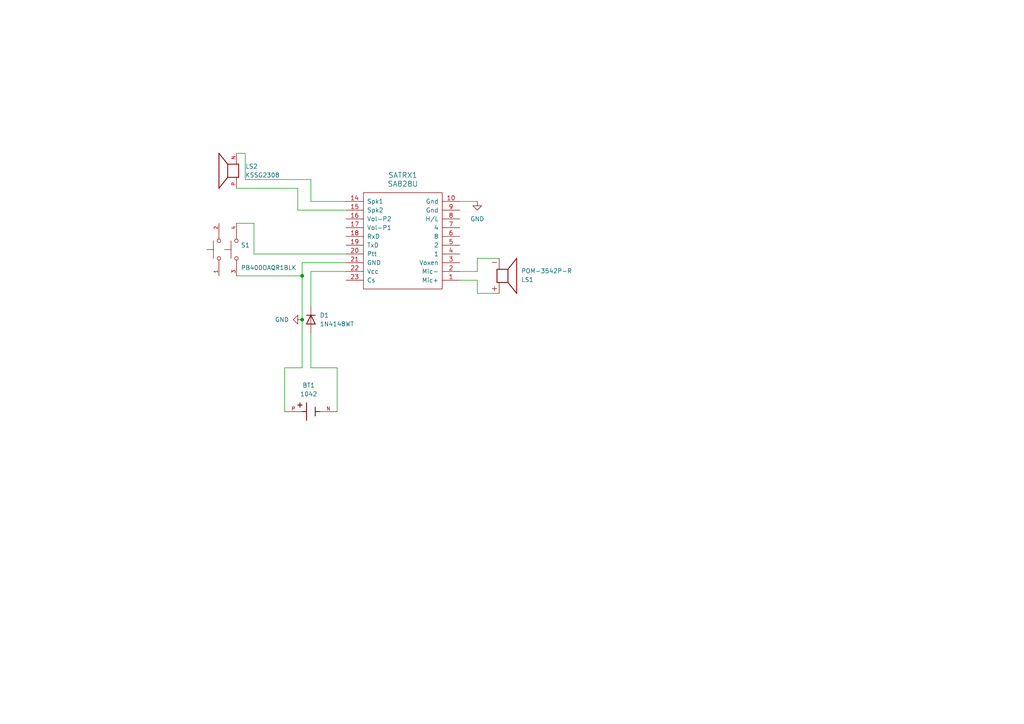
<source format=kicad_sch>
(kicad_sch
	(version 20250114)
	(generator "eeschema")
	(generator_version "9.0")
	(uuid "5cd8a3ec-1f14-4ce8-8122-1f31d7ee83c0")
	(paper "A4")
	(lib_symbols
		(symbol "Diode:1N4148WT"
			(pin_numbers
				(hide yes)
			)
			(pin_names
				(hide yes)
			)
			(exclude_from_sim no)
			(in_bom yes)
			(on_board yes)
			(property "Reference" "D"
				(at 0 2.54 0)
				(effects
					(font
						(size 1.27 1.27)
					)
				)
			)
			(property "Value" "1N4148WT"
				(at 0 -2.54 0)
				(effects
					(font
						(size 1.27 1.27)
					)
				)
			)
			(property "Footprint" "Diode_SMD:D_SOD-523"
				(at 0 -4.445 0)
				(effects
					(font
						(size 1.27 1.27)
					)
					(hide yes)
				)
			)
			(property "Datasheet" "https://www.diodes.com/assets/Datasheets/ds30396.pdf"
				(at 0 0 0)
				(effects
					(font
						(size 1.27 1.27)
					)
					(hide yes)
				)
			)
			(property "Description" "75V 0.15A Fast switching Diode, SOD-523"
				(at 0 0 0)
				(effects
					(font
						(size 1.27 1.27)
					)
					(hide yes)
				)
			)
			(property "Sim.Device" "D"
				(at 0 0 0)
				(effects
					(font
						(size 1.27 1.27)
					)
					(hide yes)
				)
			)
			(property "Sim.Pins" "1=K 2=A"
				(at 0 0 0)
				(effects
					(font
						(size 1.27 1.27)
					)
					(hide yes)
				)
			)
			(property "ki_keywords" "diode"
				(at 0 0 0)
				(effects
					(font
						(size 1.27 1.27)
					)
					(hide yes)
				)
			)
			(property "ki_fp_filters" "D*SOD?523*"
				(at 0 0 0)
				(effects
					(font
						(size 1.27 1.27)
					)
					(hide yes)
				)
			)
			(symbol "1N4148WT_0_1"
				(polyline
					(pts
						(xy -1.27 1.27) (xy -1.27 -1.27)
					)
					(stroke
						(width 0.254)
						(type default)
					)
					(fill
						(type none)
					)
				)
				(polyline
					(pts
						(xy 1.27 1.27) (xy 1.27 -1.27) (xy -1.27 0) (xy 1.27 1.27)
					)
					(stroke
						(width 0.254)
						(type default)
					)
					(fill
						(type none)
					)
				)
				(polyline
					(pts
						(xy 1.27 0) (xy -1.27 0)
					)
					(stroke
						(width 0)
						(type default)
					)
					(fill
						(type none)
					)
				)
			)
			(symbol "1N4148WT_1_1"
				(pin passive line
					(at -3.81 0 0)
					(length 2.54)
					(name "K"
						(effects
							(font
								(size 1.27 1.27)
							)
						)
					)
					(number "1"
						(effects
							(font
								(size 1.27 1.27)
							)
						)
					)
				)
				(pin passive line
					(at 3.81 0 180)
					(length 2.54)
					(name "A"
						(effects
							(font
								(size 1.27 1.27)
							)
						)
					)
					(number "2"
						(effects
							(font
								(size 1.27 1.27)
							)
						)
					)
				)
			)
			(embedded_fonts no)
		)
		(symbol "KSSG2308:KSSG2308"
			(pin_names
				(offset 1.016)
				(hide yes)
			)
			(exclude_from_sim no)
			(in_bom yes)
			(on_board yes)
			(property "Reference" "LS"
				(at -1.27 6.35 0)
				(effects
					(font
						(size 1.27 1.27)
					)
					(justify left bottom)
				)
			)
			(property "Value" "KSSG2308"
				(at -1.27 -8.255 0)
				(effects
					(font
						(size 1.27 1.27)
					)
					(justify left bottom)
				)
			)
			(property "Footprint" "SPKR_KSSG2308"
				(at 0 0 0)
				(effects
					(font
						(size 1.27 1.27)
					)
					(justify left bottom)
					(hide yes)
				)
			)
			(property "Datasheet" ""
				(at 0 0 0)
				(effects
					(font
						(size 1.27 1.27)
					)
					(justify left bottom)
					(hide yes)
				)
			)
			(property "Description" ""
				(at 0 0 0)
				(effects
					(font
						(size 1.27 1.27)
					)
					(hide yes)
				)
			)
			(property "MF" "Kingstate"
				(at 0 0 0)
				(effects
					(font
						(size 1.27 1.27)
					)
					(justify left bottom)
					(hide yes)
				)
			)
			(property "MAXIMUM_PACKAGE_HEIGHT" "8.4 mm"
				(at 0 0 0)
				(effects
					(font
						(size 1.27 1.27)
					)
					(justify left bottom)
					(hide yes)
				)
			)
			(property "Package" "None"
				(at 0 0 0)
				(effects
					(font
						(size 1.27 1.27)
					)
					(justify left bottom)
					(hide yes)
				)
			)
			(property "Price" "None"
				(at 0 0 0)
				(effects
					(font
						(size 1.27 1.27)
					)
					(justify left bottom)
					(hide yes)
				)
			)
			(property "Check_prices" "https://www.snapeda.com/parts/KSSG-2308/Kingstate/view-part/?ref=eda"
				(at 0 0 0)
				(effects
					(font
						(size 1.27 1.27)
					)
					(justify left bottom)
					(hide yes)
				)
			)
			(property "STANDARD" "IPC 7351B"
				(at 0 0 0)
				(effects
					(font
						(size 1.27 1.27)
					)
					(justify left bottom)
					(hide yes)
				)
			)
			(property "PARTREV" "1.3"
				(at 0 0 0)
				(effects
					(font
						(size 1.27 1.27)
					)
					(justify left bottom)
					(hide yes)
				)
			)
			(property "SnapEDA_Link" "https://www.snapeda.com/parts/KSSG-2308/Kingstate/view-part/?ref=snap"
				(at 0 0 0)
				(effects
					(font
						(size 1.27 1.27)
					)
					(justify left bottom)
					(hide yes)
				)
			)
			(property "MP" "KSSG-2308"
				(at 0 0 0)
				(effects
					(font
						(size 1.27 1.27)
					)
					(justify left bottom)
					(hide yes)
				)
			)
			(property "Description_1" "\\n                        \\n                            Kingstate Miniature Loudspeaker 23mm 100mW 8Ohm 88dB\\n                        \\n"
				(at 0 0 0)
				(effects
					(font
						(size 1.27 1.27)
					)
					(justify left bottom)
					(hide yes)
				)
			)
			(property "Availability" "In Stock"
				(at 0 0 0)
				(effects
					(font
						(size 1.27 1.27)
					)
					(justify left bottom)
					(hide yes)
				)
			)
			(property "MANUFACTURER" "Kingstate"
				(at 0 0 0)
				(effects
					(font
						(size 1.27 1.27)
					)
					(justify left bottom)
					(hide yes)
				)
			)
			(property "ki_locked" ""
				(at 0 0 0)
				(effects
					(font
						(size 1.27 1.27)
					)
				)
			)
			(symbol "KSSG2308_0_0"
				(polyline
					(pts
						(xy -3.175 1.905) (xy -3.175 -1.905)
					)
					(stroke
						(width 0.254)
						(type solid)
					)
					(fill
						(type none)
					)
				)
				(polyline
					(pts
						(xy -3.175 1.905) (xy -2.54 1.905)
					)
					(stroke
						(width 0.254)
						(type solid)
					)
					(fill
						(type none)
					)
				)
				(polyline
					(pts
						(xy -3.175 -1.905) (xy -2.54 -1.905)
					)
					(stroke
						(width 0.254)
						(type solid)
					)
					(fill
						(type none)
					)
				)
				(polyline
					(pts
						(xy -2.54 2.54) (xy -2.54 1.905)
					)
					(stroke
						(width 0.1524)
						(type solid)
					)
					(fill
						(type none)
					)
				)
				(polyline
					(pts
						(xy -2.54 1.905) (xy 0 1.905)
					)
					(stroke
						(width 0.254)
						(type solid)
					)
					(fill
						(type none)
					)
				)
				(polyline
					(pts
						(xy -2.54 -1.905) (xy 0 -1.905)
					)
					(stroke
						(width 0.254)
						(type solid)
					)
					(fill
						(type none)
					)
				)
				(polyline
					(pts
						(xy -2.54 -2.54) (xy -2.54 -1.905)
					)
					(stroke
						(width 0.1524)
						(type solid)
					)
					(fill
						(type none)
					)
				)
				(polyline
					(pts
						(xy 0 1.905) (xy 2.54 5.08)
					)
					(stroke
						(width 0.254)
						(type solid)
					)
					(fill
						(type none)
					)
				)
				(polyline
					(pts
						(xy 0 -1.905) (xy 0 1.905)
					)
					(stroke
						(width 0.254)
						(type solid)
					)
					(fill
						(type none)
					)
				)
				(polyline
					(pts
						(xy 0 -1.905) (xy 2.54 -5.08)
					)
					(stroke
						(width 0.254)
						(type solid)
					)
					(fill
						(type none)
					)
				)
				(polyline
					(pts
						(xy 2.54 -5.08) (xy 2.54 5.08)
					)
					(stroke
						(width 0.254)
						(type solid)
					)
					(fill
						(type none)
					)
				)
				(pin passive line
					(at -2.54 5.08 270)
					(length 2.54)
					(name "~"
						(effects
							(font
								(size 1.016 1.016)
							)
						)
					)
					(number "P"
						(effects
							(font
								(size 1.016 1.016)
							)
						)
					)
				)
				(pin passive line
					(at -2.54 -5.08 90)
					(length 2.54)
					(name "~"
						(effects
							(font
								(size 1.016 1.016)
							)
						)
					)
					(number "N"
						(effects
							(font
								(size 1.016 1.016)
							)
						)
					)
				)
			)
			(embedded_fonts no)
		)
		(symbol "PB400OAQR1BLK:PB400OAQR1BLK"
			(pin_names
				(offset 1.016)
				(hide yes)
			)
			(exclude_from_sim no)
			(in_bom yes)
			(on_board yes)
			(property "Reference" "S"
				(at -7.62 7.62 0)
				(effects
					(font
						(size 1.27 1.27)
					)
					(justify left bottom)
				)
			)
			(property "Value" "PB400OAQR1BLK"
				(at -7.62 -7.62 0)
				(effects
					(font
						(size 1.27 1.27)
					)
					(justify left bottom)
				)
			)
			(property "Footprint" "SW_PB400OAQR1BLK"
				(at 0 0 0)
				(effects
					(font
						(size 1.27 1.27)
					)
					(justify left bottom)
					(hide yes)
				)
			)
			(property "Datasheet" ""
				(at 0 0 0)
				(effects
					(font
						(size 1.27 1.27)
					)
					(justify left bottom)
					(hide yes)
				)
			)
			(property "Description" ""
				(at 0 0 0)
				(effects
					(font
						(size 1.27 1.27)
					)
					(hide yes)
				)
			)
			(property "MF" "E-Switch"
				(at 0 0 0)
				(effects
					(font
						(size 1.27 1.27)
					)
					(justify left bottom)
					(hide yes)
				)
			)
			(property "MAXIMUM_PACKAGE_HEIGHT" "10.6 mm"
				(at 0 0 0)
				(effects
					(font
						(size 1.27 1.27)
					)
					(justify left bottom)
					(hide yes)
				)
			)
			(property "Package" "None"
				(at 0 0 0)
				(effects
					(font
						(size 1.27 1.27)
					)
					(justify left bottom)
					(hide yes)
				)
			)
			(property "Price" "None"
				(at 0 0 0)
				(effects
					(font
						(size 1.27 1.27)
					)
					(justify left bottom)
					(hide yes)
				)
			)
			(property "Check_prices" "https://www.snapeda.com/parts/PB400OAQR1BLK/E-Switch/view-part/?ref=eda"
				(at 0 0 0)
				(effects
					(font
						(size 1.27 1.27)
					)
					(justify left bottom)
					(hide yes)
				)
			)
			(property "STANDARD" "Manufacturer Recommendations"
				(at 0 0 0)
				(effects
					(font
						(size 1.27 1.27)
					)
					(justify left bottom)
					(hide yes)
				)
			)
			(property "PARTREV" "A"
				(at 0 0 0)
				(effects
					(font
						(size 1.27 1.27)
					)
					(justify left bottom)
					(hide yes)
				)
			)
			(property "SnapEDA_Link" "https://www.snapeda.com/parts/PB400OAQR1BLK/E-Switch/view-part/?ref=snap"
				(at 0 0 0)
				(effects
					(font
						(size 1.27 1.27)
					)
					(justify left bottom)
					(hide yes)
				)
			)
			(property "MP" "PB400OAQR1BLK"
				(at 0 0 0)
				(effects
					(font
						(size 1.27 1.27)
					)
					(justify left bottom)
					(hide yes)
				)
			)
			(property "Description_1" "\\n                        \\n                            Pushbutton Switch DPST-NO Standard Through Hole, Right Angle\\n                        \\n"
				(at 0 0 0)
				(effects
					(font
						(size 1.27 1.27)
					)
					(justify left bottom)
					(hide yes)
				)
			)
			(property "Availability" "In Stock"
				(at 0 0 0)
				(effects
					(font
						(size 1.27 1.27)
					)
					(justify left bottom)
					(hide yes)
				)
			)
			(property "MANUFACTURER" "E-Switch"
				(at 0 0 0)
				(effects
					(font
						(size 1.27 1.27)
					)
					(justify left bottom)
					(hide yes)
				)
			)
			(property "ki_locked" ""
				(at 0 0 0)
				(effects
					(font
						(size 1.27 1.27)
					)
				)
			)
			(symbol "PB400OAQR1BLK_0_0"
				(polyline
					(pts
						(xy -5.08 2.54) (xy -3.048 2.54)
					)
					(stroke
						(width 0.1524)
						(type solid)
					)
					(fill
						(type none)
					)
				)
				(polyline
					(pts
						(xy -5.08 -2.54) (xy -3.048 -2.54)
					)
					(stroke
						(width 0.1524)
						(type solid)
					)
					(fill
						(type none)
					)
				)
				(polyline
					(pts
						(xy -2.54 4.1402) (xy 0 4.1402)
					)
					(stroke
						(width 0.1524)
						(type solid)
					)
					(fill
						(type none)
					)
				)
				(circle
					(center -2.54 2.54)
					(radius 0.508)
					(stroke
						(width 0.1524)
						(type solid)
					)
					(fill
						(type none)
					)
				)
				(polyline
					(pts
						(xy -2.54 -0.9652) (xy 0 -0.9652)
					)
					(stroke
						(width 0.1524)
						(type solid)
					)
					(fill
						(type none)
					)
				)
				(circle
					(center -2.54 -2.54)
					(radius 0.508)
					(stroke
						(width 0.1524)
						(type solid)
					)
					(fill
						(type none)
					)
				)
				(polyline
					(pts
						(xy 0 4.1402) (xy 0 6.0452)
					)
					(stroke
						(width 0.1524)
						(type solid)
					)
					(fill
						(type none)
					)
				)
				(polyline
					(pts
						(xy 0 4.1402) (xy 2.54 4.1402)
					)
					(stroke
						(width 0.1524)
						(type solid)
					)
					(fill
						(type none)
					)
				)
				(polyline
					(pts
						(xy 0 -0.9652) (xy 0 0.9652)
					)
					(stroke
						(width 0.1524)
						(type solid)
					)
					(fill
						(type none)
					)
				)
				(polyline
					(pts
						(xy 0 -0.9652) (xy 2.54 -0.9652)
					)
					(stroke
						(width 0.1524)
						(type solid)
					)
					(fill
						(type none)
					)
				)
				(circle
					(center 2.54 2.54)
					(radius 0.508)
					(stroke
						(width 0.1524)
						(type solid)
					)
					(fill
						(type none)
					)
				)
				(circle
					(center 2.54 -2.54)
					(radius 0.508)
					(stroke
						(width 0.1524)
						(type solid)
					)
					(fill
						(type none)
					)
				)
				(polyline
					(pts
						(xy 5.08 2.54) (xy 3.048 2.54)
					)
					(stroke
						(width 0.1524)
						(type solid)
					)
					(fill
						(type none)
					)
				)
				(polyline
					(pts
						(xy 5.08 -2.54) (xy 3.048 -2.54)
					)
					(stroke
						(width 0.1524)
						(type solid)
					)
					(fill
						(type none)
					)
				)
				(pin passive line
					(at -7.62 2.54 0)
					(length 2.54)
					(name "~"
						(effects
							(font
								(size 1.016 1.016)
							)
						)
					)
					(number "1"
						(effects
							(font
								(size 1.016 1.016)
							)
						)
					)
				)
				(pin passive line
					(at -7.62 -2.54 0)
					(length 2.54)
					(name "~"
						(effects
							(font
								(size 1.016 1.016)
							)
						)
					)
					(number "3"
						(effects
							(font
								(size 1.016 1.016)
							)
						)
					)
				)
				(pin passive line
					(at 7.62 2.54 180)
					(length 2.54)
					(name "~"
						(effects
							(font
								(size 1.016 1.016)
							)
						)
					)
					(number "2"
						(effects
							(font
								(size 1.016 1.016)
							)
						)
					)
				)
				(pin passive line
					(at 7.62 -2.54 180)
					(length 2.54)
					(name "~"
						(effects
							(font
								(size 1.016 1.016)
							)
						)
					)
					(number "4"
						(effects
							(font
								(size 1.016 1.016)
							)
						)
					)
				)
			)
			(embedded_fonts no)
		)
		(symbol "POM-3542P-R:POM-3542P-R"
			(pin_numbers
				(hide yes)
			)
			(pin_names
				(offset 1.016)
				(hide yes)
			)
			(exclude_from_sim no)
			(in_bom yes)
			(on_board yes)
			(property "Reference" "LS"
				(at -1.27 6.35 0)
				(effects
					(font
						(size 1.27 1.27)
					)
					(justify left bottom)
				)
			)
			(property "Value" "POM-3542P-R"
				(at -1.27 -8.255 0)
				(effects
					(font
						(size 1.27 1.27)
					)
					(justify left bottom)
				)
			)
			(property "Footprint" "MIC_POM-3542P-R"
				(at 0 0 0)
				(effects
					(font
						(size 1.27 1.27)
					)
					(justify left bottom)
					(hide yes)
				)
			)
			(property "Datasheet" ""
				(at 0 0 0)
				(effects
					(font
						(size 1.27 1.27)
					)
					(justify left bottom)
					(hide yes)
				)
			)
			(property "Description" ""
				(at 0 0 0)
				(effects
					(font
						(size 1.27 1.27)
					)
					(hide yes)
				)
			)
			(property "MF" "PUI Audio"
				(at 0 0 0)
				(effects
					(font
						(size 1.27 1.27)
					)
					(justify left bottom)
					(hide yes)
				)
			)
			(property "MAXIMUM_PACKAGE_HEIGHT" "3.2 mm"
				(at 0 0 0)
				(effects
					(font
						(size 1.27 1.27)
					)
					(justify left bottom)
					(hide yes)
				)
			)
			(property "Package" "None"
				(at 0 0 0)
				(effects
					(font
						(size 1.27 1.27)
					)
					(justify left bottom)
					(hide yes)
				)
			)
			(property "Price" "None"
				(at 0 0 0)
				(effects
					(font
						(size 1.27 1.27)
					)
					(justify left bottom)
					(hide yes)
				)
			)
			(property "Check_prices" "https://www.snapeda.com/parts/POM-3542P-R/PUI+Audio/view-part/?ref=eda"
				(at 0 0 0)
				(effects
					(font
						(size 1.27 1.27)
					)
					(justify left bottom)
					(hide yes)
				)
			)
			(property "STANDARD" "IPC 7351B"
				(at 0 0 0)
				(effects
					(font
						(size 1.27 1.27)
					)
					(justify left bottom)
					(hide yes)
				)
			)
			(property "PARTREV" "B"
				(at 0 0 0)
				(effects
					(font
						(size 1.27 1.27)
					)
					(justify left bottom)
					(hide yes)
				)
			)
			(property "SnapEDA_Link" "https://www.snapeda.com/parts/POM-3542P-R/PUI+Audio/view-part/?ref=snap"
				(at 0 0 0)
				(effects
					(font
						(size 1.27 1.27)
					)
					(justify left bottom)
					(hide yes)
				)
			)
			(property "MP" "POM-3542P-R"
				(at 0 0 0)
				(effects
					(font
						(size 1.27 1.27)
					)
					(justify left bottom)
					(hide yes)
				)
			)
			(property "Description_1" "\\n                        \\n                            6MM ECM MIC 50~{16000HZ} 42DB\\n                        \\n"
				(at 0 0 0)
				(effects
					(font
						(size 1.27 1.27)
					)
					(justify left bottom)
					(hide yes)
				)
			)
			(property "Availability" "In Stock"
				(at 0 0 0)
				(effects
					(font
						(size 1.27 1.27)
					)
					(justify left bottom)
					(hide yes)
				)
			)
			(property "MANUFACTURER" "PUI Audio"
				(at 0 0 0)
				(effects
					(font
						(size 1.27 1.27)
					)
					(justify left bottom)
					(hide yes)
				)
			)
			(property "ki_locked" ""
				(at 0 0 0)
				(effects
					(font
						(size 1.27 1.27)
					)
				)
			)
			(symbol "POM-3542P-R_0_0"
				(polyline
					(pts
						(xy -3.175 1.905) (xy -3.175 -1.905)
					)
					(stroke
						(width 0.254)
						(type solid)
					)
					(fill
						(type none)
					)
				)
				(polyline
					(pts
						(xy -3.175 1.905) (xy -2.54 1.905)
					)
					(stroke
						(width 0.254)
						(type solid)
					)
					(fill
						(type none)
					)
				)
				(polyline
					(pts
						(xy -3.175 -1.905) (xy -2.54 -1.905)
					)
					(stroke
						(width 0.254)
						(type solid)
					)
					(fill
						(type none)
					)
				)
				(polyline
					(pts
						(xy -2.54 2.54) (xy -2.54 1.905)
					)
					(stroke
						(width 0.1524)
						(type solid)
					)
					(fill
						(type none)
					)
				)
				(polyline
					(pts
						(xy -2.54 1.905) (xy 0 1.905)
					)
					(stroke
						(width 0.254)
						(type solid)
					)
					(fill
						(type none)
					)
				)
				(polyline
					(pts
						(xy -2.54 -1.905) (xy 0 -1.905)
					)
					(stroke
						(width 0.254)
						(type solid)
					)
					(fill
						(type none)
					)
				)
				(polyline
					(pts
						(xy -2.54 -2.54) (xy -2.54 -1.905)
					)
					(stroke
						(width 0.1524)
						(type solid)
					)
					(fill
						(type none)
					)
				)
				(polyline
					(pts
						(xy 0 1.905) (xy 2.54 5.08)
					)
					(stroke
						(width 0.254)
						(type solid)
					)
					(fill
						(type none)
					)
				)
				(polyline
					(pts
						(xy 0 -1.905) (xy 0 1.905)
					)
					(stroke
						(width 0.254)
						(type solid)
					)
					(fill
						(type none)
					)
				)
				(polyline
					(pts
						(xy 0 -1.905) (xy 2.54 -5.08)
					)
					(stroke
						(width 0.254)
						(type solid)
					)
					(fill
						(type none)
					)
				)
				(polyline
					(pts
						(xy 2.54 -5.08) (xy 2.54 5.08)
					)
					(stroke
						(width 0.254)
						(type solid)
					)
					(fill
						(type none)
					)
				)
				(text "+"
					(at -5.08 2.54 0)
					(effects
						(font
							(size 1.778 1.778)
						)
						(justify left bottom)
					)
				)
				(text "-"
					(at -5.08 -5.08 0)
					(effects
						(font
							(size 1.778 1.778)
						)
						(justify left bottom)
					)
				)
				(pin passive line
					(at -2.54 5.08 270)
					(length 2.54)
					(name "~"
						(effects
							(font
								(size 1.016 1.016)
							)
						)
					)
					(number "P"
						(effects
							(font
								(size 1.016 1.016)
							)
						)
					)
				)
				(pin passive line
					(at -2.54 -5.08 90)
					(length 2.54)
					(name "~"
						(effects
							(font
								(size 1.016 1.016)
							)
						)
					)
					(number "N"
						(effects
							(font
								(size 1.016 1.016)
							)
						)
					)
				)
			)
			(embedded_fonts no)
		)
		(symbol "btref_1042:1042"
			(pin_names
				(offset 1.016)
				(hide yes)
			)
			(exclude_from_sim no)
			(in_bom yes)
			(on_board yes)
			(property "Reference" "BT"
				(at -3.81 3.81 0)
				(effects
					(font
						(size 1.27 1.27)
					)
					(justify left bottom)
				)
			)
			(property "Value" "1042"
				(at -3.81 -5.08 0)
				(effects
					(font
						(size 1.27 1.27)
					)
					(justify left bottom)
				)
			)
			(property "Footprint" "BAT_1042"
				(at 0 0 0)
				(effects
					(font
						(size 1.27 1.27)
					)
					(justify left bottom)
					(hide yes)
				)
			)
			(property "Datasheet" ""
				(at 0 0 0)
				(effects
					(font
						(size 1.27 1.27)
					)
					(justify left bottom)
					(hide yes)
				)
			)
			(property "Description" ""
				(at 0 0 0)
				(effects
					(font
						(size 1.27 1.27)
					)
					(hide yes)
				)
			)
			(property "MF" "Keystone Electronics Corp."
				(at 0 0 0)
				(effects
					(font
						(size 1.27 1.27)
					)
					(justify left bottom)
					(hide yes)
				)
			)
			(property "MAXIMUM_PACKAGE_HEIGHT" "15.11mm"
				(at 0 0 0)
				(effects
					(font
						(size 1.27 1.27)
					)
					(justify left bottom)
					(hide yes)
				)
			)
			(property "Package" "NON STANDARD-5 Keystone"
				(at 0 0 0)
				(effects
					(font
						(size 1.27 1.27)
					)
					(justify left bottom)
					(hide yes)
				)
			)
			(property "Price" "None"
				(at 0 0 0)
				(effects
					(font
						(size 1.27 1.27)
					)
					(justify left bottom)
					(hide yes)
				)
			)
			(property "Check_prices" "https://www.snapeda.com/parts/1042/Keystone/view-part/?ref=eda"
				(at 0 0 0)
				(effects
					(font
						(size 1.27 1.27)
					)
					(justify left bottom)
					(hide yes)
				)
			)
			(property "STANDARD" "Manufacturer Recommendations"
				(at 0 0 0)
				(effects
					(font
						(size 1.27 1.27)
					)
					(justify left bottom)
					(hide yes)
				)
			)
			(property "PARTREV" "E"
				(at 0 0 0)
				(effects
					(font
						(size 1.27 1.27)
					)
					(justify left bottom)
					(hide yes)
				)
			)
			(property "SnapEDA_Link" "https://www.snapeda.com/parts/1042/Keystone/view-part/?ref=snap"
				(at 0 0 0)
				(effects
					(font
						(size 1.27 1.27)
					)
					(justify left bottom)
					(hide yes)
				)
			)
			(property "MP" "1042"
				(at 0 0 0)
				(effects
					(font
						(size 1.27 1.27)
					)
					(justify left bottom)
					(hide yes)
				)
			)
			(property "Description_1" "\\n                        \\n                            SMT Holder for 18650 Battery\\n                        \\n"
				(at 0 0 0)
				(effects
					(font
						(size 1.27 1.27)
					)
					(justify left bottom)
					(hide yes)
				)
			)
			(property "SNAPEDA_PN" "1042"
				(at 0 0 0)
				(effects
					(font
						(size 1.27 1.27)
					)
					(justify left bottom)
					(hide yes)
				)
			)
			(property "Availability" "In Stock"
				(at 0 0 0)
				(effects
					(font
						(size 1.27 1.27)
					)
					(justify left bottom)
					(hide yes)
				)
			)
			(property "MANUFACTURER" "Keystone"
				(at 0 0 0)
				(effects
					(font
						(size 1.27 1.27)
					)
					(justify left bottom)
					(hide yes)
				)
			)
			(property "ki_locked" ""
				(at 0 0 0)
				(effects
					(font
						(size 1.27 1.27)
					)
				)
			)
			(symbol "1042_0_0"
				(polyline
					(pts
						(xy -3.81 1.905) (xy -2.54 1.905)
					)
					(stroke
						(width 0.254)
						(type solid)
					)
					(fill
						(type none)
					)
				)
				(polyline
					(pts
						(xy -3.175 2.54) (xy -3.175 1.27)
					)
					(stroke
						(width 0.254)
						(type solid)
					)
					(fill
						(type none)
					)
				)
				(polyline
					(pts
						(xy -1.27 2.54) (xy -1.27 0)
					)
					(stroke
						(width 0.254)
						(type solid)
					)
					(fill
						(type none)
					)
				)
				(polyline
					(pts
						(xy -1.27 0) (xy -2.54 0)
					)
					(stroke
						(width 0.254)
						(type solid)
					)
					(fill
						(type none)
					)
				)
				(polyline
					(pts
						(xy -1.27 0) (xy -1.27 -2.54)
					)
					(stroke
						(width 0.254)
						(type solid)
					)
					(fill
						(type none)
					)
				)
				(polyline
					(pts
						(xy 1.27 1.27) (xy 1.27 0)
					)
					(stroke
						(width 0.254)
						(type solid)
					)
					(fill
						(type none)
					)
				)
				(polyline
					(pts
						(xy 1.27 0) (xy 1.27 -1.27)
					)
					(stroke
						(width 0.254)
						(type solid)
					)
					(fill
						(type none)
					)
				)
				(polyline
					(pts
						(xy 1.27 0) (xy 2.54 0)
					)
					(stroke
						(width 0.254)
						(type solid)
					)
					(fill
						(type none)
					)
				)
				(pin passive line
					(at -7.62 0 0)
					(length 5.08)
					(name "~"
						(effects
							(font
								(size 1.016 1.016)
							)
						)
					)
					(number "P"
						(effects
							(font
								(size 1.016 1.016)
							)
						)
					)
				)
				(pin passive line
					(at 7.62 0 180)
					(length 5.08)
					(name "~"
						(effects
							(font
								(size 1.016 1.016)
							)
						)
					)
					(number "N"
						(effects
							(font
								(size 1.016 1.016)
							)
						)
					)
				)
			)
			(embedded_fonts no)
		)
		(symbol "power:GND"
			(power)
			(pin_numbers
				(hide yes)
			)
			(pin_names
				(offset 0)
				(hide yes)
			)
			(exclude_from_sim no)
			(in_bom yes)
			(on_board yes)
			(property "Reference" "#PWR"
				(at 0 -6.35 0)
				(effects
					(font
						(size 1.27 1.27)
					)
					(hide yes)
				)
			)
			(property "Value" "GND"
				(at 0 -3.81 0)
				(effects
					(font
						(size 1.27 1.27)
					)
				)
			)
			(property "Footprint" ""
				(at 0 0 0)
				(effects
					(font
						(size 1.27 1.27)
					)
					(hide yes)
				)
			)
			(property "Datasheet" ""
				(at 0 0 0)
				(effects
					(font
						(size 1.27 1.27)
					)
					(hide yes)
				)
			)
			(property "Description" "Power symbol creates a global label with name \"GND\" , ground"
				(at 0 0 0)
				(effects
					(font
						(size 1.27 1.27)
					)
					(hide yes)
				)
			)
			(property "ki_keywords" "global power"
				(at 0 0 0)
				(effects
					(font
						(size 1.27 1.27)
					)
					(hide yes)
				)
			)
			(symbol "GND_0_1"
				(polyline
					(pts
						(xy 0 0) (xy 0 -1.27) (xy 1.27 -1.27) (xy 0 -2.54) (xy -1.27 -1.27) (xy 0 -1.27)
					)
					(stroke
						(width 0)
						(type default)
					)
					(fill
						(type none)
					)
				)
			)
			(symbol "GND_1_1"
				(pin power_in line
					(at 0 0 270)
					(length 0)
					(name "~"
						(effects
							(font
								(size 1.27 1.27)
							)
						)
					)
					(number "1"
						(effects
							(font
								(size 1.27 1.27)
							)
						)
					)
				)
			)
			(embedded_fonts no)
		)
		(symbol "sa828u:SA828U"
			(pin_names
				(offset 1.016)
			)
			(exclude_from_sim no)
			(in_bom yes)
			(on_board yes)
			(property "Reference" "SATRX"
				(at 11.43 -1.27 0)
				(effects
					(font
						(size 1.524 1.524)
					)
				)
			)
			(property "Value" "SA828U"
				(at 12.7 13.97 0)
				(effects
					(font
						(size 1.524 1.524)
					)
				)
			)
			(property "Footprint" ""
				(at 0 0 0)
				(effects
					(font
						(size 1.524 1.524)
					)
					(hide yes)
				)
			)
			(property "Datasheet" ""
				(at 0 0 0)
				(effects
					(font
						(size 1.524 1.524)
					)
					(hide yes)
				)
			)
			(property "Description" ""
				(at 0 0 0)
				(effects
					(font
						(size 1.27 1.27)
					)
					(hide yes)
				)
			)
			(symbol "SA828U_0_1"
				(rectangle
					(start 0 27.94)
					(end 22.86 0)
					(stroke
						(width 0)
						(type solid)
					)
					(fill
						(type none)
					)
				)
			)
			(symbol "SA828U_1_1"
				(pin input line
					(at -5.08 25.4 0)
					(length 5.08)
					(name "Spk1"
						(effects
							(font
								(size 1.27 1.27)
							)
						)
					)
					(number "14"
						(effects
							(font
								(size 1.27 1.27)
							)
						)
					)
				)
				(pin input line
					(at -5.08 22.86 0)
					(length 5.08)
					(name "Spk2"
						(effects
							(font
								(size 1.27 1.27)
							)
						)
					)
					(number "15"
						(effects
							(font
								(size 1.27 1.27)
							)
						)
					)
				)
				(pin input line
					(at -5.08 20.32 0)
					(length 5.08)
					(name "Vol-P2"
						(effects
							(font
								(size 1.27 1.27)
							)
						)
					)
					(number "16"
						(effects
							(font
								(size 1.27 1.27)
							)
						)
					)
				)
				(pin input line
					(at -5.08 17.78 0)
					(length 5.08)
					(name "Vol-P1"
						(effects
							(font
								(size 1.27 1.27)
							)
						)
					)
					(number "17"
						(effects
							(font
								(size 1.27 1.27)
							)
						)
					)
				)
				(pin input line
					(at -5.08 15.24 0)
					(length 5.08)
					(name "RxD"
						(effects
							(font
								(size 1.27 1.27)
							)
						)
					)
					(number "18"
						(effects
							(font
								(size 1.27 1.27)
							)
						)
					)
				)
				(pin output line
					(at -5.08 12.7 0)
					(length 5.08)
					(name "TxD"
						(effects
							(font
								(size 1.27 1.27)
							)
						)
					)
					(number "19"
						(effects
							(font
								(size 1.27 1.27)
							)
						)
					)
				)
				(pin input line
					(at -5.08 10.16 0)
					(length 5.08)
					(name "Ptt"
						(effects
							(font
								(size 1.27 1.27)
							)
						)
					)
					(number "20"
						(effects
							(font
								(size 1.27 1.27)
							)
						)
					)
				)
				(pin power_in line
					(at -5.08 7.62 0)
					(length 5.08)
					(name "GND"
						(effects
							(font
								(size 1.27 1.27)
							)
						)
					)
					(number "21"
						(effects
							(font
								(size 1.27 1.27)
							)
						)
					)
				)
				(pin power_in line
					(at -5.08 5.08 0)
					(length 5.08)
					(name "Vcc"
						(effects
							(font
								(size 1.27 1.27)
							)
						)
					)
					(number "22"
						(effects
							(font
								(size 1.27 1.27)
							)
						)
					)
				)
				(pin input line
					(at -5.08 2.54 0)
					(length 5.08)
					(name "Cs"
						(effects
							(font
								(size 1.27 1.27)
							)
						)
					)
					(number "23"
						(effects
							(font
								(size 1.27 1.27)
							)
						)
					)
				)
				(pin power_in line
					(at 27.94 25.4 180)
					(length 5.08)
					(name "Gnd"
						(effects
							(font
								(size 1.27 1.27)
							)
						)
					)
					(number "10"
						(effects
							(font
								(size 1.27 1.27)
							)
						)
					)
				)
				(pin power_in line
					(at 27.94 22.86 180)
					(length 5.08)
					(name "Gnd"
						(effects
							(font
								(size 1.27 1.27)
							)
						)
					)
					(number "9"
						(effects
							(font
								(size 1.27 1.27)
							)
						)
					)
				)
				(pin input line
					(at 27.94 20.32 180)
					(length 5.08)
					(name "H/L"
						(effects
							(font
								(size 1.27 1.27)
							)
						)
					)
					(number "8"
						(effects
							(font
								(size 1.27 1.27)
							)
						)
					)
				)
				(pin input line
					(at 27.94 17.78 180)
					(length 5.08)
					(name "4"
						(effects
							(font
								(size 1.27 1.27)
							)
						)
					)
					(number "7"
						(effects
							(font
								(size 1.27 1.27)
							)
						)
					)
				)
				(pin input line
					(at 27.94 15.24 180)
					(length 5.08)
					(name "8"
						(effects
							(font
								(size 1.27 1.27)
							)
						)
					)
					(number "6"
						(effects
							(font
								(size 1.27 1.27)
							)
						)
					)
				)
				(pin input line
					(at 27.94 12.7 180)
					(length 5.08)
					(name "2"
						(effects
							(font
								(size 1.27 1.27)
							)
						)
					)
					(number "5"
						(effects
							(font
								(size 1.27 1.27)
							)
						)
					)
				)
				(pin input line
					(at 27.94 10.16 180)
					(length 5.08)
					(name "1"
						(effects
							(font
								(size 1.27 1.27)
							)
						)
					)
					(number "4"
						(effects
							(font
								(size 1.27 1.27)
							)
						)
					)
				)
				(pin input line
					(at 27.94 7.62 180)
					(length 5.08)
					(name "Voxen"
						(effects
							(font
								(size 1.27 1.27)
							)
						)
					)
					(number "3"
						(effects
							(font
								(size 1.27 1.27)
							)
						)
					)
				)
				(pin input line
					(at 27.94 5.08 180)
					(length 5.08)
					(name "Mic-"
						(effects
							(font
								(size 1.27 1.27)
							)
						)
					)
					(number "2"
						(effects
							(font
								(size 1.27 1.27)
							)
						)
					)
				)
				(pin input line
					(at 27.94 2.54 180)
					(length 5.08)
					(name "Mic+"
						(effects
							(font
								(size 1.27 1.27)
							)
						)
					)
					(number "1"
						(effects
							(font
								(size 1.27 1.27)
							)
						)
					)
				)
			)
			(embedded_fonts no)
		)
	)
	(junction
		(at 87.63 80.01)
		(diameter 0)
		(color 0 0 0 0)
		(uuid "266dfc5f-19eb-468f-9fea-dea39c87f276")
	)
	(junction
		(at 87.63 92.71)
		(diameter 0)
		(color 0 0 0 0)
		(uuid "cae2919a-d70e-4e4b-b655-7f056173cd5a")
	)
	(wire
		(pts
			(xy 87.63 92.71) (xy 87.63 106.68)
		)
		(stroke
			(width 0)
			(type default)
		)
		(uuid "0353b448-97a2-4321-add8-f193c86f7261")
	)
	(wire
		(pts
			(xy 82.55 106.68) (xy 87.63 106.68)
		)
		(stroke
			(width 0)
			(type default)
		)
		(uuid "06590fed-675a-4566-a469-fbaadb7c05be")
	)
	(wire
		(pts
			(xy 100.33 58.42) (xy 90.17 58.42)
		)
		(stroke
			(width 0)
			(type default)
		)
		(uuid "0fe5c09c-5b75-4bdd-9e39-56a06437ecd3")
	)
	(wire
		(pts
			(xy 86.36 60.96) (xy 86.36 54.61)
		)
		(stroke
			(width 0)
			(type default)
		)
		(uuid "11d80b75-0e29-4ffc-9820-d644ee806dc6")
	)
	(wire
		(pts
			(xy 73.66 64.77) (xy 68.58 64.77)
		)
		(stroke
			(width 0)
			(type default)
		)
		(uuid "13f22ea1-a5e2-4e4b-ab89-7bf9ce442c2e")
	)
	(wire
		(pts
			(xy 100.33 60.96) (xy 86.36 60.96)
		)
		(stroke
			(width 0)
			(type default)
		)
		(uuid "1921009f-7abf-4838-ba0f-b4520a1d22e6")
	)
	(wire
		(pts
			(xy 138.43 85.09) (xy 144.78 85.09)
		)
		(stroke
			(width 0)
			(type default)
		)
		(uuid "24cf4f96-dde3-4e93-b653-c4b407f062c5")
	)
	(wire
		(pts
			(xy 73.66 73.66) (xy 73.66 64.77)
		)
		(stroke
			(width 0)
			(type default)
		)
		(uuid "29da8b32-3b7c-468c-a710-0c40a460d1df")
	)
	(wire
		(pts
			(xy 133.35 58.42) (xy 138.43 58.42)
		)
		(stroke
			(width 0)
			(type default)
		)
		(uuid "36652159-d99c-43b0-875f-7ecacd046486")
	)
	(wire
		(pts
			(xy 87.63 80.01) (xy 87.63 92.71)
		)
		(stroke
			(width 0)
			(type default)
		)
		(uuid "44df4fb7-642f-4945-8f77-325a524e070c")
	)
	(wire
		(pts
			(xy 133.35 81.28) (xy 138.43 81.28)
		)
		(stroke
			(width 0)
			(type default)
		)
		(uuid "44fe3bff-d254-4716-8d2f-7b5d59205464")
	)
	(wire
		(pts
			(xy 138.43 81.28) (xy 138.43 85.09)
		)
		(stroke
			(width 0)
			(type default)
		)
		(uuid "4f607e99-e444-4f13-a2b3-d5164217d0c8")
	)
	(wire
		(pts
			(xy 90.17 52.07) (xy 90.17 58.42)
		)
		(stroke
			(width 0)
			(type default)
		)
		(uuid "529e550f-985a-42b0-9cb4-ed9d1cc69a6d")
	)
	(wire
		(pts
			(xy 71.12 44.45) (xy 68.58 44.45)
		)
		(stroke
			(width 0)
			(type default)
		)
		(uuid "54431acc-f2bd-4c0d-8b2c-432ca4974b65")
	)
	(wire
		(pts
			(xy 97.79 106.68) (xy 90.17 106.68)
		)
		(stroke
			(width 0)
			(type default)
		)
		(uuid "717fed4d-be24-4690-b44b-1f93edc7247f")
	)
	(wire
		(pts
			(xy 73.66 73.66) (xy 100.33 73.66)
		)
		(stroke
			(width 0)
			(type default)
		)
		(uuid "7c775652-0687-4de0-b561-2e6f255de83f")
	)
	(wire
		(pts
			(xy 86.36 54.61) (xy 68.58 54.61)
		)
		(stroke
			(width 0)
			(type default)
		)
		(uuid "845d5001-31fb-4f39-8046-071f5a3c3743")
	)
	(wire
		(pts
			(xy 97.79 119.38) (xy 97.79 106.68)
		)
		(stroke
			(width 0)
			(type default)
		)
		(uuid "8d7013c6-407c-415e-a084-9f95acfca261")
	)
	(wire
		(pts
			(xy 71.12 52.07) (xy 90.17 52.07)
		)
		(stroke
			(width 0)
			(type default)
		)
		(uuid "93b97c86-77dd-48cc-86fe-617c6a9823a4")
	)
	(wire
		(pts
			(xy 90.17 88.9) (xy 90.17 78.74)
		)
		(stroke
			(width 0)
			(type default)
		)
		(uuid "afcfe170-61f7-4088-a0eb-6fcfeb991cc3")
	)
	(wire
		(pts
			(xy 90.17 78.74) (xy 100.33 78.74)
		)
		(stroke
			(width 0)
			(type default)
		)
		(uuid "b986430d-6984-435e-b3ef-ad094d99e2de")
	)
	(wire
		(pts
			(xy 82.55 119.38) (xy 82.55 106.68)
		)
		(stroke
			(width 0)
			(type default)
		)
		(uuid "cff66d1e-f419-4813-8026-d3d6f2187467")
	)
	(wire
		(pts
			(xy 138.43 74.93) (xy 144.78 74.93)
		)
		(stroke
			(width 0)
			(type default)
		)
		(uuid "d00d25ce-b1aa-485f-a901-32bd94c00302")
	)
	(wire
		(pts
			(xy 87.63 76.2) (xy 100.33 76.2)
		)
		(stroke
			(width 0)
			(type default)
		)
		(uuid "d2220327-ab0d-4852-a754-c5b80135397b")
	)
	(wire
		(pts
			(xy 87.63 80.01) (xy 87.63 76.2)
		)
		(stroke
			(width 0)
			(type default)
		)
		(uuid "d49ca088-bad1-49ec-a836-893db59b5ad2")
	)
	(wire
		(pts
			(xy 90.17 96.52) (xy 90.17 106.68)
		)
		(stroke
			(width 0)
			(type default)
		)
		(uuid "d6b14606-67a9-4516-a8be-88f450cc5403")
	)
	(wire
		(pts
			(xy 68.58 80.01) (xy 87.63 80.01)
		)
		(stroke
			(width 0)
			(type default)
		)
		(uuid "db18f256-0e2b-40f9-a8a3-96a3378b1e0f")
	)
	(wire
		(pts
			(xy 133.35 78.74) (xy 138.43 78.74)
		)
		(stroke
			(width 0)
			(type default)
		)
		(uuid "dfc1a8f9-5ce2-4fd8-8186-db54cc378d03")
	)
	(wire
		(pts
			(xy 71.12 52.07) (xy 71.12 44.45)
		)
		(stroke
			(width 0)
			(type default)
		)
		(uuid "eb5dc0fc-ab3d-4c9c-9769-e0a0ea28f290")
	)
	(wire
		(pts
			(xy 138.43 78.74) (xy 138.43 74.93)
		)
		(stroke
			(width 0)
			(type default)
		)
		(uuid "faedd959-7650-45d0-a277-c7a4bacb2028")
	)
	(symbol
		(lib_id "power:GND")
		(at 138.43 58.42 0)
		(unit 1)
		(exclude_from_sim no)
		(in_bom yes)
		(on_board yes)
		(dnp no)
		(fields_autoplaced yes)
		(uuid "13984c68-3dad-4b18-87f6-44b9ec0763c6")
		(property "Reference" "#PWR01"
			(at 138.43 64.77 0)
			(effects
				(font
					(size 1.27 1.27)
				)
				(hide yes)
			)
		)
		(property "Value" "GND"
			(at 138.43 63.5 0)
			(effects
				(font
					(size 1.27 1.27)
				)
			)
		)
		(property "Footprint" ""
			(at 138.43 58.42 0)
			(effects
				(font
					(size 1.27 1.27)
				)
				(hide yes)
			)
		)
		(property "Datasheet" ""
			(at 138.43 58.42 0)
			(effects
				(font
					(size 1.27 1.27)
				)
				(hide yes)
			)
		)
		(property "Description" "Power symbol creates a global label with name \"GND\" , ground"
			(at 138.43 58.42 0)
			(effects
				(font
					(size 1.27 1.27)
				)
				(hide yes)
			)
		)
		(pin "1"
			(uuid "358ecedc-e6e3-494d-93e4-d4685b1da5dc")
		)
		(instances
			(project ""
				(path "/5cd8a3ec-1f14-4ce8-8122-1f31d7ee83c0"
					(reference "#PWR01")
					(unit 1)
				)
			)
		)
	)
	(symbol
		(lib_id "POM-3542P-R:POM-3542P-R")
		(at 147.32 80.01 0)
		(mirror x)
		(unit 1)
		(exclude_from_sim no)
		(in_bom yes)
		(on_board yes)
		(dnp no)
		(uuid "3b5271c6-243b-42ff-b1a4-e42e4edaeb5a")
		(property "Reference" "LS1"
			(at 151.13 81.1358 0)
			(effects
				(font
					(size 1.27 1.27)
				)
				(justify left)
			)
		)
		(property "Value" "POM-3542P-R"
			(at 151.13 78.5958 0)
			(effects
				(font
					(size 1.27 1.27)
				)
				(justify left)
			)
		)
		(property "Footprint" "POM-3542P-R (1):MIC_POM-3542P-R"
			(at 147.32 80.01 0)
			(effects
				(font
					(size 1.27 1.27)
				)
				(justify left bottom)
				(hide yes)
			)
		)
		(property "Datasheet" ""
			(at 147.32 80.01 0)
			(effects
				(font
					(size 1.27 1.27)
				)
				(justify left bottom)
				(hide yes)
			)
		)
		(property "Description" ""
			(at 147.32 80.01 0)
			(effects
				(font
					(size 1.27 1.27)
				)
				(hide yes)
			)
		)
		(property "MF" "PUI Audio"
			(at 147.32 80.01 0)
			(effects
				(font
					(size 1.27 1.27)
				)
				(justify left bottom)
				(hide yes)
			)
		)
		(property "MAXIMUM_PACKAGE_HEIGHT" "3.2 mm"
			(at 147.32 80.01 0)
			(effects
				(font
					(size 1.27 1.27)
				)
				(justify left bottom)
				(hide yes)
			)
		)
		(property "Package" "None"
			(at 147.32 80.01 0)
			(effects
				(font
					(size 1.27 1.27)
				)
				(justify left bottom)
				(hide yes)
			)
		)
		(property "Price" "None"
			(at 147.32 80.01 0)
			(effects
				(font
					(size 1.27 1.27)
				)
				(justify left bottom)
				(hide yes)
			)
		)
		(property "Check_prices" "https://www.snapeda.com/parts/POM-3542P-R/PUI+Audio/view-part/?ref=eda"
			(at 147.32 80.01 0)
			(effects
				(font
					(size 1.27 1.27)
				)
				(justify left bottom)
				(hide yes)
			)
		)
		(property "STANDARD" "IPC 7351B"
			(at 147.32 80.01 0)
			(effects
				(font
					(size 1.27 1.27)
				)
				(justify left bottom)
				(hide yes)
			)
		)
		(property "PARTREV" "B"
			(at 147.32 80.01 0)
			(effects
				(font
					(size 1.27 1.27)
				)
				(justify left bottom)
				(hide yes)
			)
		)
		(property "SnapEDA_Link" "https://www.snapeda.com/parts/POM-3542P-R/PUI+Audio/view-part/?ref=snap"
			(at 147.32 80.01 0)
			(effects
				(font
					(size 1.27 1.27)
				)
				(justify left bottom)
				(hide yes)
			)
		)
		(property "MP" "POM-3542P-R"
			(at 147.32 80.01 0)
			(effects
				(font
					(size 1.27 1.27)
				)
				(justify left bottom)
				(hide yes)
			)
		)
		(property "Description_1" "\\n                        \\n                            6MM ECM MIC 50~{16000HZ} 42DB\\n                        \\n"
			(at 147.32 80.01 0)
			(effects
				(font
					(size 1.27 1.27)
				)
				(justify left bottom)
				(hide yes)
			)
		)
		(property "Availability" "In Stock"
			(at 147.32 80.01 0)
			(effects
				(font
					(size 1.27 1.27)
				)
				(justify left bottom)
				(hide yes)
			)
		)
		(property "MANUFACTURER" "PUI Audio"
			(at 147.32 80.01 0)
			(effects
				(font
					(size 1.27 1.27)
				)
				(justify left bottom)
				(hide yes)
			)
		)
		(pin "N"
			(uuid "11e36523-7ead-499b-a7ab-acc7afd114dd")
		)
		(pin "P"
			(uuid "2cebc1d4-0772-45be-bf66-225b1b0357ee")
		)
		(instances
			(project ""
				(path "/5cd8a3ec-1f14-4ce8-8122-1f31d7ee83c0"
					(reference "LS1")
					(unit 1)
				)
			)
		)
	)
	(symbol
		(lib_id "Diode:1N4148WT")
		(at 90.17 92.71 270)
		(unit 1)
		(exclude_from_sim no)
		(in_bom yes)
		(on_board yes)
		(dnp no)
		(fields_autoplaced yes)
		(uuid "56d61cfd-6f3a-4b7a-b0c0-bacf7795027a")
		(property "Reference" "D1"
			(at 92.71 91.4399 90)
			(effects
				(font
					(size 1.27 1.27)
				)
				(justify left)
			)
		)
		(property "Value" "1N4148WT"
			(at 92.71 93.9799 90)
			(effects
				(font
					(size 1.27 1.27)
				)
				(justify left)
			)
		)
		(property "Footprint" "Diode_SMD:D_SOD-523"
			(at 85.725 92.71 0)
			(effects
				(font
					(size 1.27 1.27)
				)
				(hide yes)
			)
		)
		(property "Datasheet" "https://www.diodes.com/assets/Datasheets/ds30396.pdf"
			(at 90.17 92.71 0)
			(effects
				(font
					(size 1.27 1.27)
				)
				(hide yes)
			)
		)
		(property "Description" "75V 0.15A Fast switching Diode, SOD-523"
			(at 90.17 92.71 0)
			(effects
				(font
					(size 1.27 1.27)
				)
				(hide yes)
			)
		)
		(property "Sim.Device" "D"
			(at 90.17 92.71 0)
			(effects
				(font
					(size 1.27 1.27)
				)
				(hide yes)
			)
		)
		(property "Sim.Pins" "1=K 2=A"
			(at 90.17 92.71 0)
			(effects
				(font
					(size 1.27 1.27)
				)
				(hide yes)
			)
		)
		(pin "1"
			(uuid "0f7b4064-2825-4e03-a009-f2e9f25c4788")
		)
		(pin "2"
			(uuid "e15e42ad-11c4-4719-96bd-c5598c0766f4")
		)
		(instances
			(project ""
				(path "/5cd8a3ec-1f14-4ce8-8122-1f31d7ee83c0"
					(reference "D1")
					(unit 1)
				)
			)
		)
	)
	(symbol
		(lib_id "btref_1042:1042")
		(at 90.17 119.38 0)
		(unit 1)
		(exclude_from_sim no)
		(in_bom yes)
		(on_board yes)
		(dnp no)
		(fields_autoplaced yes)
		(uuid "835aa4ed-810c-4010-96bc-108e63926c16")
		(property "Reference" "BT1"
			(at 89.535 111.76 0)
			(effects
				(font
					(size 1.27 1.27)
				)
			)
		)
		(property "Value" "1042"
			(at 89.535 114.3 0)
			(effects
				(font
					(size 1.27 1.27)
				)
			)
		)
		(property "Footprint" "BAT_1042"
			(at 90.17 119.38 0)
			(effects
				(font
					(size 1.27 1.27)
				)
				(justify left bottom)
				(hide yes)
			)
		)
		(property "Datasheet" ""
			(at 90.17 119.38 0)
			(effects
				(font
					(size 1.27 1.27)
				)
				(justify left bottom)
				(hide yes)
			)
		)
		(property "Description" ""
			(at 90.17 119.38 0)
			(effects
				(font
					(size 1.27 1.27)
				)
				(hide yes)
			)
		)
		(property "MF" "Keystone Electronics Corp."
			(at 90.17 119.38 0)
			(effects
				(font
					(size 1.27 1.27)
				)
				(justify left bottom)
				(hide yes)
			)
		)
		(property "MAXIMUM_PACKAGE_HEIGHT" "15.11mm"
			(at 90.17 119.38 0)
			(effects
				(font
					(size 1.27 1.27)
				)
				(justify left bottom)
				(hide yes)
			)
		)
		(property "Package" "NON STANDARD-5 Keystone"
			(at 90.17 119.38 0)
			(effects
				(font
					(size 1.27 1.27)
				)
				(justify left bottom)
				(hide yes)
			)
		)
		(property "Price" "None"
			(at 90.17 119.38 0)
			(effects
				(font
					(size 1.27 1.27)
				)
				(justify left bottom)
				(hide yes)
			)
		)
		(property "Check_prices" "https://www.snapeda.com/parts/1042/Keystone/view-part/?ref=eda"
			(at 90.17 119.38 0)
			(effects
				(font
					(size 1.27 1.27)
				)
				(justify left bottom)
				(hide yes)
			)
		)
		(property "STANDARD" "Manufacturer Recommendations"
			(at 90.17 119.38 0)
			(effects
				(font
					(size 1.27 1.27)
				)
				(justify left bottom)
				(hide yes)
			)
		)
		(property "PARTREV" "E"
			(at 90.17 119.38 0)
			(effects
				(font
					(size 1.27 1.27)
				)
				(justify left bottom)
				(hide yes)
			)
		)
		(property "SnapEDA_Link" "https://www.snapeda.com/parts/1042/Keystone/view-part/?ref=snap"
			(at 90.17 119.38 0)
			(effects
				(font
					(size 1.27 1.27)
				)
				(justify left bottom)
				(hide yes)
			)
		)
		(property "MP" "1042"
			(at 90.17 119.38 0)
			(effects
				(font
					(size 1.27 1.27)
				)
				(justify left bottom)
				(hide yes)
			)
		)
		(property "Description_1" "\\n                        \\n                            SMT Holder for 18650 Battery\\n                        \\n"
			(at 90.17 119.38 0)
			(effects
				(font
					(size 1.27 1.27)
				)
				(justify left bottom)
				(hide yes)
			)
		)
		(property "SNAPEDA_PN" "1042"
			(at 90.17 119.38 0)
			(effects
				(font
					(size 1.27 1.27)
				)
				(justify left bottom)
				(hide yes)
			)
		)
		(property "Availability" "In Stock"
			(at 90.17 119.38 0)
			(effects
				(font
					(size 1.27 1.27)
				)
				(justify left bottom)
				(hide yes)
			)
		)
		(property "MANUFACTURER" "Keystone"
			(at 90.17 119.38 0)
			(effects
				(font
					(size 1.27 1.27)
				)
				(justify left bottom)
				(hide yes)
			)
		)
		(pin "P"
			(uuid "387e549c-e370-48e7-8498-43354b2e05f7")
		)
		(pin "N"
			(uuid "24304e51-a321-411d-a3f6-1355aa36cac2")
		)
		(instances
			(project ""
				(path "/5cd8a3ec-1f14-4ce8-8122-1f31d7ee83c0"
					(reference "BT1")
					(unit 1)
				)
			)
		)
	)
	(symbol
		(lib_id "power:GND")
		(at 87.63 92.71 270)
		(unit 1)
		(exclude_from_sim no)
		(in_bom yes)
		(on_board yes)
		(dnp no)
		(fields_autoplaced yes)
		(uuid "c7e46277-df82-43d9-a22e-1ea3a03bd742")
		(property "Reference" "#PWR02"
			(at 81.28 92.71 0)
			(effects
				(font
					(size 1.27 1.27)
				)
				(hide yes)
			)
		)
		(property "Value" "GND"
			(at 83.82 92.7099 90)
			(effects
				(font
					(size 1.27 1.27)
				)
				(justify right)
			)
		)
		(property "Footprint" ""
			(at 87.63 92.71 0)
			(effects
				(font
					(size 1.27 1.27)
				)
				(hide yes)
			)
		)
		(property "Datasheet" ""
			(at 87.63 92.71 0)
			(effects
				(font
					(size 1.27 1.27)
				)
				(hide yes)
			)
		)
		(property "Description" "Power symbol creates a global label with name \"GND\" , ground"
			(at 87.63 92.71 0)
			(effects
				(font
					(size 1.27 1.27)
				)
				(hide yes)
			)
		)
		(pin "1"
			(uuid "072ce918-20e9-4861-8f94-59cdf79354c3")
		)
		(instances
			(project ""
				(path "/5cd8a3ec-1f14-4ce8-8122-1f31d7ee83c0"
					(reference "#PWR02")
					(unit 1)
				)
			)
		)
	)
	(symbol
		(lib_id "sa828u:SA828U")
		(at 105.41 83.82 0)
		(unit 1)
		(exclude_from_sim no)
		(in_bom yes)
		(on_board yes)
		(dnp no)
		(fields_autoplaced yes)
		(uuid "dd228314-4fec-4c98-b870-2525d40237b2")
		(property "Reference" "SATRX1"
			(at 116.84 50.8 0)
			(effects
				(font
					(size 1.524 1.524)
				)
			)
		)
		(property "Value" "SA828U"
			(at 116.84 53.34 0)
			(effects
				(font
					(size 1.524 1.524)
				)
			)
		)
		(property "Footprint" "sa828u_kicad-master:SA828U"
			(at 105.41 83.82 0)
			(effects
				(font
					(size 1.524 1.524)
				)
				(hide yes)
			)
		)
		(property "Datasheet" ""
			(at 105.41 83.82 0)
			(effects
				(font
					(size 1.524 1.524)
				)
				(hide yes)
			)
		)
		(property "Description" ""
			(at 105.41 83.82 0)
			(effects
				(font
					(size 1.27 1.27)
				)
				(hide yes)
			)
		)
		(pin "14"
			(uuid "d0b65eb0-88df-48ef-a75f-b2fed29d949b")
		)
		(pin "16"
			(uuid "f37e7a49-d6e0-488d-8c40-81aec533609a")
		)
		(pin "15"
			(uuid "93d7bdf4-40fe-4a7d-8ec7-fbbafef31217")
		)
		(pin "17"
			(uuid "b165e15d-a092-4b41-b059-65c38e0c1828")
		)
		(pin "18"
			(uuid "09edbfe4-8b7b-4f64-86d7-b22a19854e74")
		)
		(pin "10"
			(uuid "8d6afc8e-9c1c-46c0-98a1-f240a2b7c208")
		)
		(pin "21"
			(uuid "5dbec67d-74b4-4c63-8fd5-9f627cc43b4f")
		)
		(pin "6"
			(uuid "80d916d4-0cf3-4557-9607-40357fb7aa2d")
		)
		(pin "19"
			(uuid "76c51607-0fa8-412b-adce-04d297d668e9")
		)
		(pin "20"
			(uuid "4da1a4b9-503c-4b6b-917c-7661c1ada5a1")
		)
		(pin "22"
			(uuid "e0c25ece-486d-4ef0-a396-d53c011ef6ea")
		)
		(pin "23"
			(uuid "388eb401-69c5-46aa-8117-d33d2042087e")
		)
		(pin "9"
			(uuid "307ab41a-6508-4871-a382-1df5dfc0d202")
		)
		(pin "8"
			(uuid "048f923b-f5d4-4518-af3e-3173f8a1e3a4")
		)
		(pin "7"
			(uuid "b8b48046-77db-4795-a9b3-48e4d8394cfc")
		)
		(pin "4"
			(uuid "94d5de2f-95b0-4bdf-a2d0-ad718ff9847b")
		)
		(pin "1"
			(uuid "1895b1a2-5a0b-498a-bfd5-3088595c6fba")
		)
		(pin "2"
			(uuid "1c4a6d55-ac75-4d39-af4a-0175d8c46083")
		)
		(pin "5"
			(uuid "de31de61-7ad5-41f5-ada5-96fac683c602")
		)
		(pin "3"
			(uuid "0076a553-098b-495a-9249-1fe051c35491")
		)
		(instances
			(project ""
				(path "/5cd8a3ec-1f14-4ce8-8122-1f31d7ee83c0"
					(reference "SATRX1")
					(unit 1)
				)
			)
		)
	)
	(symbol
		(lib_id "KSSG2308:KSSG2308")
		(at 66.04 49.53 180)
		(unit 1)
		(exclude_from_sim no)
		(in_bom yes)
		(on_board yes)
		(dnp no)
		(fields_autoplaced yes)
		(uuid "fae86dff-baca-4534-a156-6118e493d710")
		(property "Reference" "LS2"
			(at 71.12 48.2599 0)
			(effects
				(font
					(size 1.27 1.27)
				)
				(justify right)
			)
		)
		(property "Value" "KSSG2308"
			(at 71.12 50.7999 0)
			(effects
				(font
					(size 1.27 1.27)
				)
				(justify right)
			)
		)
		(property "Footprint" "Alto-falante:SPKR_KSSG2308"
			(at 66.04 49.53 0)
			(effects
				(font
					(size 1.27 1.27)
				)
				(justify left bottom)
				(hide yes)
			)
		)
		(property "Datasheet" ""
			(at 66.04 49.53 0)
			(effects
				(font
					(size 1.27 1.27)
				)
				(justify left bottom)
				(hide yes)
			)
		)
		(property "Description" ""
			(at 66.04 49.53 0)
			(effects
				(font
					(size 1.27 1.27)
				)
				(hide yes)
			)
		)
		(property "MF" "Kingstate"
			(at 66.04 49.53 0)
			(effects
				(font
					(size 1.27 1.27)
				)
				(justify left bottom)
				(hide yes)
			)
		)
		(property "MAXIMUM_PACKAGE_HEIGHT" "8.4 mm"
			(at 66.04 49.53 0)
			(effects
				(font
					(size 1.27 1.27)
				)
				(justify left bottom)
				(hide yes)
			)
		)
		(property "Package" "None"
			(at 66.04 49.53 0)
			(effects
				(font
					(size 1.27 1.27)
				)
				(justify left bottom)
				(hide yes)
			)
		)
		(property "Price" "None"
			(at 66.04 49.53 0)
			(effects
				(font
					(size 1.27 1.27)
				)
				(justify left bottom)
				(hide yes)
			)
		)
		(property "Check_prices" "https://www.snapeda.com/parts/KSSG-2308/Kingstate/view-part/?ref=eda"
			(at 66.04 49.53 0)
			(effects
				(font
					(size 1.27 1.27)
				)
				(justify left bottom)
				(hide yes)
			)
		)
		(property "STANDARD" "IPC 7351B"
			(at 66.04 49.53 0)
			(effects
				(font
					(size 1.27 1.27)
				)
				(justify left bottom)
				(hide yes)
			)
		)
		(property "PARTREV" "1.3"
			(at 66.04 49.53 0)
			(effects
				(font
					(size 1.27 1.27)
				)
				(justify left bottom)
				(hide yes)
			)
		)
		(property "SnapEDA_Link" "https://www.snapeda.com/parts/KSSG-2308/Kingstate/view-part/?ref=snap"
			(at 66.04 49.53 0)
			(effects
				(font
					(size 1.27 1.27)
				)
				(justify left bottom)
				(hide yes)
			)
		)
		(property "MP" "KSSG-2308"
			(at 66.04 49.53 0)
			(effects
				(font
					(size 1.27 1.27)
				)
				(justify left bottom)
				(hide yes)
			)
		)
		(property "Description_1" "\\n                        \\n                            Kingstate Miniature Loudspeaker 23mm 100mW 8Ohm 88dB\\n                        \\n"
			(at 66.04 49.53 0)
			(effects
				(font
					(size 1.27 1.27)
				)
				(justify left bottom)
				(hide yes)
			)
		)
		(property "Availability" "In Stock"
			(at 66.04 49.53 0)
			(effects
				(font
					(size 1.27 1.27)
				)
				(justify left bottom)
				(hide yes)
			)
		)
		(property "MANUFACTURER" "Kingstate"
			(at 66.04 49.53 0)
			(effects
				(font
					(size 1.27 1.27)
				)
				(justify left bottom)
				(hide yes)
			)
		)
		(pin "N"
			(uuid "3c02b268-59d6-49f0-b0b6-d7a670ccedeb")
		)
		(pin "P"
			(uuid "a3ae2f6c-0260-4e40-be43-e1a5c883c739")
		)
		(instances
			(project ""
				(path "/5cd8a3ec-1f14-4ce8-8122-1f31d7ee83c0"
					(reference "LS2")
					(unit 1)
				)
			)
		)
	)
	(symbol
		(lib_id "PB400OAQR1BLK:PB400OAQR1BLK")
		(at 66.04 72.39 90)
		(unit 1)
		(exclude_from_sim no)
		(in_bom yes)
		(on_board yes)
		(dnp no)
		(uuid "fb7b48af-8c67-4958-b4d9-3d31e048339a")
		(property "Reference" "S1"
			(at 69.85 71.1199 90)
			(effects
				(font
					(size 1.27 1.27)
				)
				(justify right)
			)
		)
		(property "Value" "PB400OAQR1BLK"
			(at 69.85 77.6599 90)
			(effects
				(font
					(size 1.27 1.27)
				)
				(justify right)
			)
		)
		(property "Footprint" "PB400OAQR1BLK (1):SW_PB400OAQR1BLK"
			(at 66.04 72.39 0)
			(effects
				(font
					(size 1.27 1.27)
				)
				(justify left bottom)
				(hide yes)
			)
		)
		(property "Datasheet" ""
			(at 66.04 72.39 0)
			(effects
				(font
					(size 1.27 1.27)
				)
				(justify left bottom)
				(hide yes)
			)
		)
		(property "Description" ""
			(at 66.04 72.39 0)
			(effects
				(font
					(size 1.27 1.27)
				)
				(hide yes)
			)
		)
		(property "MF" "E-Switch"
			(at 66.04 72.39 0)
			(effects
				(font
					(size 1.27 1.27)
				)
				(justify left bottom)
				(hide yes)
			)
		)
		(property "MAXIMUM_PACKAGE_HEIGHT" "10.6 mm"
			(at 66.04 72.39 0)
			(effects
				(font
					(size 1.27 1.27)
				)
				(justify left bottom)
				(hide yes)
			)
		)
		(property "Package" "None"
			(at 66.04 72.39 0)
			(effects
				(font
					(size 1.27 1.27)
				)
				(justify left bottom)
				(hide yes)
			)
		)
		(property "Price" "None"
			(at 66.04 72.39 0)
			(effects
				(font
					(size 1.27 1.27)
				)
				(justify left bottom)
				(hide yes)
			)
		)
		(property "Check_prices" "https://www.snapeda.com/parts/PB400OAQR1BLK/E-Switch/view-part/?ref=eda"
			(at 66.04 72.39 0)
			(effects
				(font
					(size 1.27 1.27)
				)
				(justify left bottom)
				(hide yes)
			)
		)
		(property "STANDARD" "Manufacturer Recommendations"
			(at 66.04 72.39 0)
			(effects
				(font
					(size 1.27 1.27)
				)
				(justify left bottom)
				(hide yes)
			)
		)
		(property "PARTREV" "A"
			(at 66.04 72.39 0)
			(effects
				(font
					(size 1.27 1.27)
				)
				(justify left bottom)
				(hide yes)
			)
		)
		(property "SnapEDA_Link" "https://www.snapeda.com/parts/PB400OAQR1BLK/E-Switch/view-part/?ref=snap"
			(at 66.04 72.39 0)
			(effects
				(font
					(size 1.27 1.27)
				)
				(justify left bottom)
				(hide yes)
			)
		)
		(property "MP" "PB400OAQR1BLK"
			(at 66.04 72.39 0)
			(effects
				(font
					(size 1.27 1.27)
				)
				(justify left bottom)
				(hide yes)
			)
		)
		(property "Description_1" "\\n                        \\n                            Pushbutton Switch DPST-NO Standard Through Hole, Right Angle\\n                        \\n"
			(at 66.04 72.39 0)
			(effects
				(font
					(size 1.27 1.27)
				)
				(justify left bottom)
				(hide yes)
			)
		)
		(property "Availability" "In Stock"
			(at 66.04 72.39 0)
			(effects
				(font
					(size 1.27 1.27)
				)
				(justify left bottom)
				(hide yes)
			)
		)
		(property "MANUFACTURER" "E-Switch"
			(at 66.04 72.39 0)
			(effects
				(font
					(size 1.27 1.27)
				)
				(justify left bottom)
				(hide yes)
			)
		)
		(pin "1"
			(uuid "7981b6d8-3de0-4f95-b369-c751baf2f777")
		)
		(pin "3"
			(uuid "de4b2e57-82fb-4fe2-a1b0-9887d109a98b")
		)
		(pin "2"
			(uuid "5dc24f6e-76df-42c7-9311-7cfd1f789209")
		)
		(pin "4"
			(uuid "9b8063d1-3db7-48da-9b6a-c5498542cd68")
		)
		(instances
			(project ""
				(path "/5cd8a3ec-1f14-4ce8-8122-1f31d7ee83c0"
					(reference "S1")
					(unit 1)
				)
			)
		)
	)
	(sheet_instances
		(path "/"
			(page "1")
		)
	)
	(embedded_fonts no)
)

</source>
